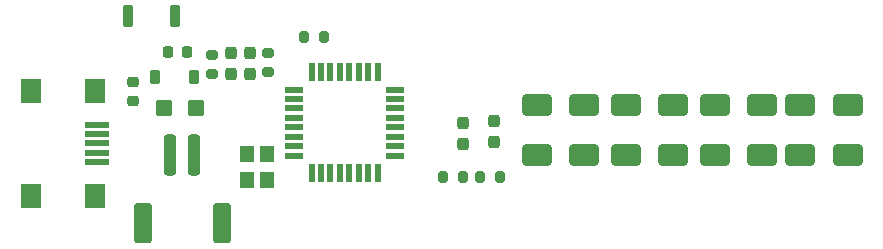
<source format=gbr>
%TF.GenerationSoftware,KiCad,Pcbnew,9.0.1*%
%TF.CreationDate,2025-06-20T00:57:13+09:00*%
%TF.ProjectId,NanoV3.3,4e616e6f-5633-42e3-932e-6b696361645f,rev?*%
%TF.SameCoordinates,Original*%
%TF.FileFunction,Paste,Top*%
%TF.FilePolarity,Positive*%
%FSLAX46Y46*%
G04 Gerber Fmt 4.6, Leading zero omitted, Abs format (unit mm)*
G04 Created by KiCad (PCBNEW 9.0.1) date 2025-06-20 00:57:13*
%MOMM*%
%LPD*%
G01*
G04 APERTURE LIST*
G04 Aperture macros list*
%AMRoundRect*
0 Rectangle with rounded corners*
0 $1 Rounding radius*
0 $2 $3 $4 $5 $6 $7 $8 $9 X,Y pos of 4 corners*
0 Add a 4 corners polygon primitive as box body*
4,1,4,$2,$3,$4,$5,$6,$7,$8,$9,$2,$3,0*
0 Add four circle primitives for the rounded corners*
1,1,$1+$1,$2,$3*
1,1,$1+$1,$4,$5*
1,1,$1+$1,$6,$7*
1,1,$1+$1,$8,$9*
0 Add four rect primitives between the rounded corners*
20,1,$1+$1,$2,$3,$4,$5,0*
20,1,$1+$1,$4,$5,$6,$7,0*
20,1,$1+$1,$6,$7,$8,$9,0*
20,1,$1+$1,$8,$9,$2,$3,0*%
G04 Aperture macros list end*
%ADD10R,1.200000X1.400000*%
%ADD11RoundRect,0.129540X0.302260X0.784860X-0.302260X0.784860X-0.302260X-0.784860X0.302260X-0.784860X0*%
%ADD12RoundRect,0.237500X-0.237500X0.287500X-0.237500X-0.287500X0.237500X-0.287500X0.237500X0.287500X0*%
%ADD13RoundRect,0.250000X1.000000X0.650000X-1.000000X0.650000X-1.000000X-0.650000X1.000000X-0.650000X0*%
%ADD14RoundRect,0.200000X-0.275000X0.200000X-0.275000X-0.200000X0.275000X-0.200000X0.275000X0.200000X0*%
%ADD15RoundRect,0.200000X-0.200000X-0.275000X0.200000X-0.275000X0.200000X0.275000X-0.200000X0.275000X0*%
%ADD16RoundRect,0.250000X-1.000000X-0.650000X1.000000X-0.650000X1.000000X0.650000X-1.000000X0.650000X0*%
%ADD17RoundRect,0.250000X-0.250000X-1.500000X0.250000X-1.500000X0.250000X1.500000X-0.250000X1.500000X0*%
%ADD18RoundRect,0.250001X-0.499999X-1.449999X0.499999X-1.449999X0.499999X1.449999X-0.499999X1.449999X0*%
%ADD19R,1.600000X0.550000*%
%ADD20R,0.550000X1.600000*%
%ADD21RoundRect,0.250000X-0.457500X-0.445000X0.457500X-0.445000X0.457500X0.445000X-0.457500X0.445000X0*%
%ADD22R,2.000000X0.500000*%
%ADD23R,1.700000X2.000000*%
%ADD24RoundRect,0.225000X0.225000X0.250000X-0.225000X0.250000X-0.225000X-0.250000X0.225000X-0.250000X0*%
%ADD25RoundRect,0.225000X0.225000X0.375000X-0.225000X0.375000X-0.225000X-0.375000X0.225000X-0.375000X0*%
%ADD26RoundRect,0.225000X0.250000X-0.225000X0.250000X0.225000X-0.250000X0.225000X-0.250000X-0.225000X0*%
G04 APERTURE END LIST*
D10*
%TO.C,Y4*%
X107850000Y-125400000D03*
X107850000Y-123200000D03*
X106150000Y-123200000D03*
X106150000Y-125400000D03*
%TD*%
D11*
%TO.C,SW1*%
X100040000Y-111500000D03*
X96039500Y-111500000D03*
%TD*%
D12*
%TO.C,D6*%
X106400000Y-114625000D03*
X106400000Y-116375000D03*
%TD*%
D13*
%TO.C,D2*%
X134717500Y-123250000D03*
X130717500Y-123250000D03*
%TD*%
D14*
%TO.C,R15*%
X107900000Y-114575000D03*
X107900000Y-116225000D03*
%TD*%
D15*
%TO.C,R16*%
X125875000Y-125100000D03*
X127525000Y-125100000D03*
%TD*%
D16*
%TO.C,D12*%
X145750000Y-123250000D03*
X149750000Y-123250000D03*
%TD*%
D17*
%TO.C,J6*%
X99650000Y-123250000D03*
X101650000Y-123250000D03*
D18*
X97300000Y-129000000D03*
X104000000Y-129000000D03*
%TD*%
D16*
%TO.C,D3*%
X138228333Y-123250000D03*
X142228333Y-123250000D03*
%TD*%
%TO.C,D5*%
X138228333Y-118980000D03*
X142228333Y-118980000D03*
%TD*%
D13*
%TO.C,D13*%
X149750000Y-119000000D03*
X145750000Y-119000000D03*
%TD*%
D19*
%TO.C,U4*%
X110160000Y-117700000D03*
X110160000Y-118500000D03*
X110160000Y-119300000D03*
X110160000Y-120100000D03*
X110160000Y-120900000D03*
X110160000Y-121700000D03*
X110160000Y-122500000D03*
X110160000Y-123300000D03*
D20*
X111610000Y-124750000D03*
X112410000Y-124750000D03*
X113210000Y-124750000D03*
X114010000Y-124750000D03*
X114810000Y-124750000D03*
X115610000Y-124750000D03*
X116410000Y-124750000D03*
X117210000Y-124750000D03*
D19*
X118660000Y-123300000D03*
X118660000Y-122500000D03*
X118660000Y-121700000D03*
X118660000Y-120900000D03*
X118660000Y-120100000D03*
X118660000Y-119300000D03*
X118660000Y-118500000D03*
X118660000Y-117700000D03*
D20*
X117210000Y-116250000D03*
X116410000Y-116250000D03*
X115610000Y-116250000D03*
X114810000Y-116250000D03*
X114010000Y-116250000D03*
X113210000Y-116250000D03*
X112410000Y-116250000D03*
X111610000Y-116250000D03*
%TD*%
D21*
%TO.C,C6*%
X99147500Y-119250000D03*
X101852500Y-119250000D03*
%TD*%
D13*
%TO.C,D14*%
X157000000Y-123250000D03*
X153000000Y-123250000D03*
%TD*%
D12*
%TO.C,D8*%
X124430000Y-120525000D03*
X124430000Y-122275000D03*
%TD*%
D16*
%TO.C,D11*%
X153000000Y-119000000D03*
X157000000Y-119000000D03*
%TD*%
D15*
%TO.C,R1*%
X110975000Y-113250000D03*
X112625000Y-113250000D03*
%TD*%
%TO.C,R17*%
X122775000Y-125100000D03*
X124425000Y-125100000D03*
%TD*%
D22*
%TO.C,J1*%
X93415000Y-120670000D03*
X93415000Y-121470000D03*
X93415000Y-122270000D03*
X93415000Y-123070000D03*
X93415000Y-123870000D03*
D23*
X93315000Y-117820000D03*
X87865000Y-117820000D03*
X93315000Y-126720000D03*
X87865000Y-126720000D03*
%TD*%
D24*
%TO.C,C3*%
X101025000Y-114500000D03*
X99475000Y-114500000D03*
%TD*%
D12*
%TO.C,D1*%
X104800000Y-114625000D03*
X104800000Y-116375000D03*
%TD*%
D25*
%TO.C,D9*%
X101650000Y-116600000D03*
X98350000Y-116600000D03*
%TD*%
D26*
%TO.C,C7*%
X96510000Y-118645000D03*
X96510000Y-117095000D03*
%TD*%
D12*
%TO.C,D7*%
X127090000Y-120375000D03*
X127090000Y-122125000D03*
%TD*%
D13*
%TO.C,D4*%
X134672500Y-118980000D03*
X130672500Y-118980000D03*
%TD*%
D14*
%TO.C,R14*%
X103200000Y-114775000D03*
X103200000Y-116425000D03*
%TD*%
M02*

</source>
